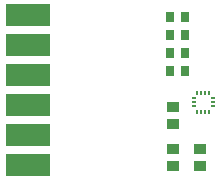
<source format=gtp>
G04 Layer_Color=7318015*
%FSLAX25Y25*%
%MOIN*%
G70*
G01*
G75*
%ADD10R,0.03150X0.03740*%
%ADD11R,0.15000X0.07600*%
%ADD12R,0.04134X0.03740*%
%ADD13O,0.01378X0.00787*%
%ADD14O,0.00787X0.01378*%
D10*
X159941Y466500D02*
D03*
X165059D02*
D03*
X159941Y472500D02*
D03*
X165059D02*
D03*
X159941Y478500D02*
D03*
X165059D02*
D03*
X159941Y484500D02*
D03*
X165059D02*
D03*
D11*
X112500Y455000D02*
D03*
Y465000D02*
D03*
Y475000D02*
D03*
Y485000D02*
D03*
Y445000D02*
D03*
Y435000D02*
D03*
D12*
X161000Y454354D02*
D03*
Y448646D02*
D03*
X170000Y440354D02*
D03*
Y434646D02*
D03*
X161000Y440354D02*
D03*
Y434646D02*
D03*
D13*
X174150Y457378D02*
D03*
Y456000D02*
D03*
Y454622D02*
D03*
X167850D02*
D03*
Y456000D02*
D03*
Y457378D02*
D03*
D14*
X173067Y452850D02*
D03*
X171689D02*
D03*
X170311D02*
D03*
X168933D02*
D03*
Y459150D02*
D03*
X170311D02*
D03*
X171689D02*
D03*
X173067D02*
D03*
M02*

</source>
